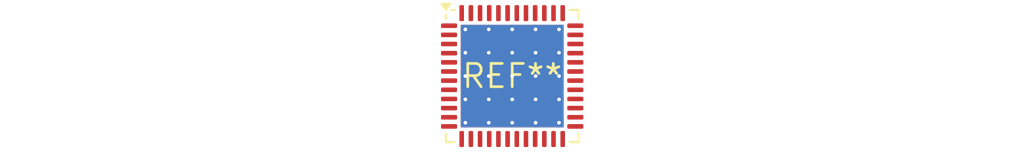
<source format=kicad_pcb>
(kicad_pcb (version 20240108) (generator pcbnew)
  (layers (0 "F.Cu" signal) (31 "B.Cu" signal) (34 "B.Paste" user) (35 "F.Paste" user) (36 "B.SilkS" user "B.Silkscreen") (37 "F.SilkS" user "F.Silkscreen") (38 "B.Mask" user) (39 "F.Mask" user) (44 "Edge.Cuts" user))
  (net 0 "")
  (footprint "QFN-48-1EP_7x7mm_P0.5mm_EP5.6x5.6mm_ThermalVias" (layer "F.Cu") (at 0 0)
    (property "Reference" "REF**")
    (property "Value" "QFN-48-1EP_7x7mm_P0.5mm_EP5.6x5.6mm_ThermalVias")
    (fp_line (start -3.61 -3.135) (end -3.61 -3.37) (layer "F.SilkS") (stroke (width 0.12)))
    (fp_line (start -3.61 3.61) (end -3.61 3.135) (layer "F.SilkS") (stroke (width 0.12)))
    (fp_line (start -3.135 -3.61) (end -3.31 -3.61) (layer "F.SilkS") (stroke (width 0.12)))
    (fp_line (start -3.135 3.61) (end -3.61 3.61) (layer "F.SilkS") (stroke (width 0.12)))
    (fp_line (start 3.135 -3.61) (end 3.61 -3.61) (layer "F.SilkS") (stroke (width 0.12)))
    (fp_line (start 3.135 3.61) (end 3.61 3.61) (layer "F.SilkS") (stroke (width 0.12)))
    (fp_line (start 3.61 -3.61) (end 3.61 -3.135) (layer "F.SilkS") (stroke (width 0.12)))
    (fp_line (start 3.61 3.61) (end 3.61 3.135) (layer "F.SilkS") (stroke (width 0.12)))
    (fp_poly (pts (xy -3.61 -3.61) (xy -3.85 -3.94) (xy -3.37 -3.94) (xy -3.61 -3.61)) (layer "F.SilkS") (stroke (width 0.12)) (fill solid))
    (pad "1" smd roundrect (at -3.4375 -2.75) (size 0.875 0.25) (layers "F.Cu" "F.Paste" "F.Mask"))
    (pad "2" smd roundrect (at -3.4375 -2.25) (size 0.875 0.25) (layers "F.Cu" "F.Paste" "F.Mask"))
    (pad "3" smd roundrect (at -3.4375 -1.75) (size 0.875 0.25) (layers "F.Cu" "F.Paste" "F.Mask"))
    (pad "4" smd roundrect (at -3.4375 -1.25) (size 0.875 0.25) (layers "F.Cu" "F.Paste" "F.Mask"))
    (pad "5" smd roundrect (at -3.4375 -0.75) (size 0.875 0.25) (layers "F.Cu" "F.Paste" "F.Mask"))
    (pad "6" smd roundrect (at -3.4375 -0.25) (size 0.875 0.25) (layers "F.Cu" "F.Paste" "F.Mask"))
    (pad "7" smd roundrect (at -3.4375 0.25) (size 0.875 0.25) (layers "F.Cu" "F.Paste" "F.Mask"))
    (pad "8" smd roundrect (at -3.4375 0.75) (size 0.875 0.25) (layers "F.Cu" "F.Paste" "F.Mask"))
    (pad "9" smd roundrect (at -3.4375 1.25) (size 0.875 0.25) (layers "F.Cu" "F.Paste" "F.Mask"))
    (pad "10" smd roundrect (at -3.4375 1.75) (size 0.875 0.25) (layers "F.Cu" "F.Paste" "F.Mask"))
    (pad "11" smd roundrect (at -3.4375 2.25) (size 0.875 0.25) (layers "F.Cu" "F.Paste" "F.Mask"))
    (pad "12" smd roundrect (at -3.4375 2.75) (size 0.875 0.25) (layers "F.Cu" "F.Paste" "F.Mask"))
    (pad "13" smd roundrect (at -2.75 3.4375) (size 0.25 0.875) (layers "F.Cu" "F.Paste" "F.Mask"))
    (pad "14" smd roundrect (at -2.25 3.4375) (size 0.25 0.875) (layers "F.Cu" "F.Paste" "F.Mask"))
    (pad "15" smd roundrect (at -1.75 3.4375) (size 0.25 0.875) (layers "F.Cu" "F.Paste" "F.Mask"))
    (pad "16" smd roundrect (at -1.25 3.4375) (size 0.25 0.875) (layers "F.Cu" "F.Paste" "F.Mask"))
    (pad "17" smd roundrect (at -0.75 3.4375) (size 0.25 0.875) (layers "F.Cu" "F.Paste" "F.Mask"))
    (pad "18" smd roundrect (at -0.25 3.4375) (size 0.25 0.875) (layers "F.Cu" "F.Paste" "F.Mask"))
    (pad "19" smd roundrect (at 0.25 3.4375) (size 0.25 0.875) (layers "F.Cu" "F.Paste" "F.Mask"))
    (pad "20" smd roundrect (at 0.75 3.4375) (size 0.25 0.875) (layers "F.Cu" "F.Paste" "F.Mask"))
    (pad "21" smd roundrect (at 1.25 3.4375) (size 0.25 0.875) (layers "F.Cu" "F.Paste" "F.Mask"))
    (pad "22" smd roundrect (at 1.75 3.4375) (size 0.25 0.875) (layers "F.Cu" "F.Paste" "F.Mask"))
    (pad "23" smd roundrect (at 2.25 3.4375) (size 0.25 0.875) (layers "F.Cu" "F.Paste" "F.Mask"))
    (pad "24" smd roundrect (at 2.75 3.4375) (size 0.25 0.875) (layers "F.Cu" "F.Paste" "F.Mask"))
    (pad "25" smd roundrect (at 3.4375 2.75) (size 0.875 0.25) (layers "F.Cu" "F.Paste" "F.Mask"))
    (pad "26" smd roundrect (at 3.4375 2.25) (size 0.875 0.25) (layers "F.Cu" "F.Paste" "F.Mask"))
    (pad "27" smd roundrect (at 3.4375 1.75) (size 0.875 0.25) (layers "F.Cu" "F.Paste" "F.Mask"))
    (pad "28" smd roundrect (at 3.4375 1.25) (size 0.875 0.25) (layers "F.Cu" "F.Paste" "F.Mask"))
    (pad "29" smd roundrect (at 3.4375 0.75) (size 0.875 0.25) (layers "F.Cu" "F.Paste" "F.Mask"))
    (pad "30" smd roundrect (at 3.4375 0.25) (size 0.875 0.25) (layers "F.Cu" "F.Paste" "F.Mask"))
    (pad "31" smd roundrect (at 3.4375 -0.25) (size 0.875 0.25) (layers "F.Cu" "F.Paste" "F.Mask"))
    (pad "32" smd roundrect (at 3.4375 -0.75) (size 0.875 0.25) (layers "F.Cu" "F.Paste" "F.Mask"))
    (pad "33" smd roundrect (at 3.4375 -1.25) (size 0.875 0.25) (layers "F.Cu" "F.Paste" "F.Mask"))
    (pad "34" smd roundrect (at 3.4375 -1.75) (size 0.875 0.25) (layers "F.Cu" "F.Paste" "F.Mask"))
    (pad "35" smd roundrect (at 3.4375 -2.25) (size 0.875 0.25) (layers "F.Cu" "F.Paste" "F.Mask"))
    (pad "36" smd roundrect (at 3.4375 -2.75) (size 0.875 0.25) (layers "F.Cu" "F.Paste" "F.Mask"))
    (pad "37" smd roundrect (at 2.75 -3.4375) (size 0.25 0.875) (layers "F.Cu" "F.Paste" "F.Mask"))
    (pad "38" smd roundrect (at 2.25 -3.4375) (size 0.25 0.875) (layers "F.Cu" "F.Paste" "F.Mask"))
    (pad "39" smd roundrect (at 1.75 -3.4375) (size 0.25 0.875) (layers "F.Cu" "F.Paste" "F.Mask"))
    (pad "40" smd roundrect (at 1.25 -3.4375) (size 0.25 0.875) (layers "F.Cu" "F.Paste" "F.Mask"))
    (pad "41" smd roundrect (at 0.75 -3.4375) (size 0.25 0.875) (layers "F.Cu" "F.Paste" "F.Mask"))
    (pad "42" smd roundrect (at 0.25 -3.4375) (size 0.25 0.875) (layers "F.Cu" "F.Paste" "F.Mask"))
    (pad "43" smd roundrect (at -0.25 -3.4375) (size 0.25 0.875) (layers "F.Cu" "F.Paste" "F.Mask"))
    (pad "44" smd roundrect (at -0.75 -3.4375) (size 0.25 0.875) (layers "F.Cu" "F.Paste" "F.Mask"))
    (pad "45" smd roundrect (at -1.25 -3.4375) (size 0.25 0.875) (layers "F.Cu" "F.Paste" "F.Mask"))
    (pad "46" smd roundrect (at -1.75 -3.4375) (size 0.25 0.875) (layers "F.Cu" "F.Paste" "F.Mask"))
    (pad "47" smd roundrect (at -2.25 -3.4375) (size 0.25 0.875) (layers "F.Cu" "F.Paste" "F.Mask"))
    (pad "48" smd roundrect (at -2.75 -3.4375) (size 0.25 0.875) (layers "F.Cu" "F.Paste" "F.Mask"))
    (pad "49" thru_hole circle (at -2.55 -2.55) (size 0.5 0.5) (drill 0.2) (property pad_prop_heatsink) (layers *.Cu) (remove_unused_layers))
    (pad "49" thru_hole circle (at -2.55 -1.275) (size 0.5 0.5) (drill 0.2) (property pad_prop_heatsink) (layers *.Cu) (remove_unused_layers))
    (pad "49" thru_hole circle (at -2.55 0) (size 0.5 0.5) (drill 0.2) (property pad_prop_heatsink) (layers *.Cu) (remove_unused_layers))
    (pad "49" thru_hole circle (at -2.55 1.275) (size 0.5 0.5) (drill 0.2) (property pad_prop_heatsink) (layers *.Cu) (remove_unused_layers))
    (pad "49" thru_hole circle (at -2.55 2.55) (size 0.5 0.5) (drill 0.2) (property pad_prop_heatsink) (layers *.Cu) (remove_unused_layers))
    (pad "49" thru_hole circle (at -1.275 -2.55) (size 0.5 0.5) (drill 0.2) (property pad_prop_heatsink) (layers *.Cu) (remove_unused_layers))
    (pad "49" thru_hole circle (at -1.275 -1.275) (size 0.5 0.5) (drill 0.2) (property pad_prop_heatsink) (layers *.Cu) (remove_unused_layers))
    (pad "49" thru_hole circle (at -1.275 0) (size 0.5 0.5) (drill 0.2) (property pad_prop_heatsink) (layers *.Cu) (remove_unused_layers))
    (pad "49" thru_hole circle (at -1.275 1.275) (size 0.5 0.5) (drill 0.2) (property pad_prop_heatsink) (layers *.Cu) (remove_unused_layers))
    (pad "49" thru_hole circle (at -1.275 2.55) (size 0.5 0.5) (drill 0.2) (property pad_prop_heatsink) (layers *.Cu) (remove_unused_layers))
    (pad "49" thru_hole circle (at 0 -2.55) (size 0.5 0.5) (drill 0.2) (property pad_prop_heatsink) (layers *.Cu) (remove_unused_layers))
    (pad "49" thru_hole circle (at 0 -1.275) (size 0.5 0.5) (drill 0.2) (property pad_prop_heatsink) (layers *.Cu) (remove_unused_layers))
    (pad "49" thru_hole circle (at 0 0) (size 0.5 0.5) (drill 0.2) (property pad_prop_heatsink) (layers *.Cu) (remove_unused_layers))
    (pad "49" smd rect (at 0 0) (size 5.6 5.6) (property pad_prop_heatsink) (layers "F.Cu" "F.Mask"))
    (pad "49" smd rect (at 0 0) (size 5.6 5.6) (property pad_prop_heatsink) (layers "B.Cu"))
    (pad "49" thru_hole circle (at 0 1.275) (size 0.5 0.5) (drill 0.2) (property pad_prop_heatsink) (layers *.Cu) (remove_unused_layers))
    (pad "49" thru_hole circle (at 0 2.55) (size 0.5 0.5) (drill 0.2) (property pad_prop_heatsink) (layers *.Cu) (remove_unused_layers))
    (pad "49" thru_hole circle (at 1.275 -2.55) (size 0.5 0.5) (drill 0.2) (property pad_prop_heatsink) (layers *.Cu) (remove_unused_layers))
    (pad "49" thru_hole circle (at 1.275 -1.275) (size 0.5 0.5) (drill 0.2) (property pad_prop_heatsink) (layers *.Cu) (remove_unused_layers))
    (pad "49" thru_hole circle (at 1.275 0) (size 0.5 0.5) (drill 0.2) (property pad_prop_heatsink) (layers *.Cu) (remove_unused_layers))
    (pad "49" thru_hole circle (at 1.275 1.275) (size 0.5 0.5) (drill 0.2) (property pad_prop_heatsink) (layers *.Cu) (remove_unused_layers))
    (pad "49" thru_hole circle (at 1.275 2.55) (size 0.5 0.5) (drill 0.2) (property pad_prop_heatsink) (layers *.Cu) (remove_unused_layers))
    (pad "49" thru_hole circle (at 2.55 -2.55) (size 0.5 0.5) (drill 0.2) (property pad_prop_heatsink) (layers *.Cu) (remove_unused_layers))
    (pad "49" thru_hole circle (at 2.55 -1.275) (size 0.5 0.5) (drill 0.2) (property pad_prop_heatsink) (layers *.Cu) (remove_unused_layers))
    (pad "49" thru_hole circle (at 2.55 0) (size 0.5 0.5) (drill 0.2) (property pad_prop_heatsink) (layers *.Cu) (remove_unused_layers))
    (pad "49" thru_hole circle (at 2.55 1.275) (size 0.5 0.5) (drill 0.2) (property pad_prop_heatsink) (layers *.Cu) (remove_unused_layers))
    (pad "49" thru_hole circle (at 2.55 2.55) (size 0.5 0.5) (drill 0.2) (property pad_prop_heatsink) (layers *.Cu) (remove_unused_layers))
  )
)
</source>
